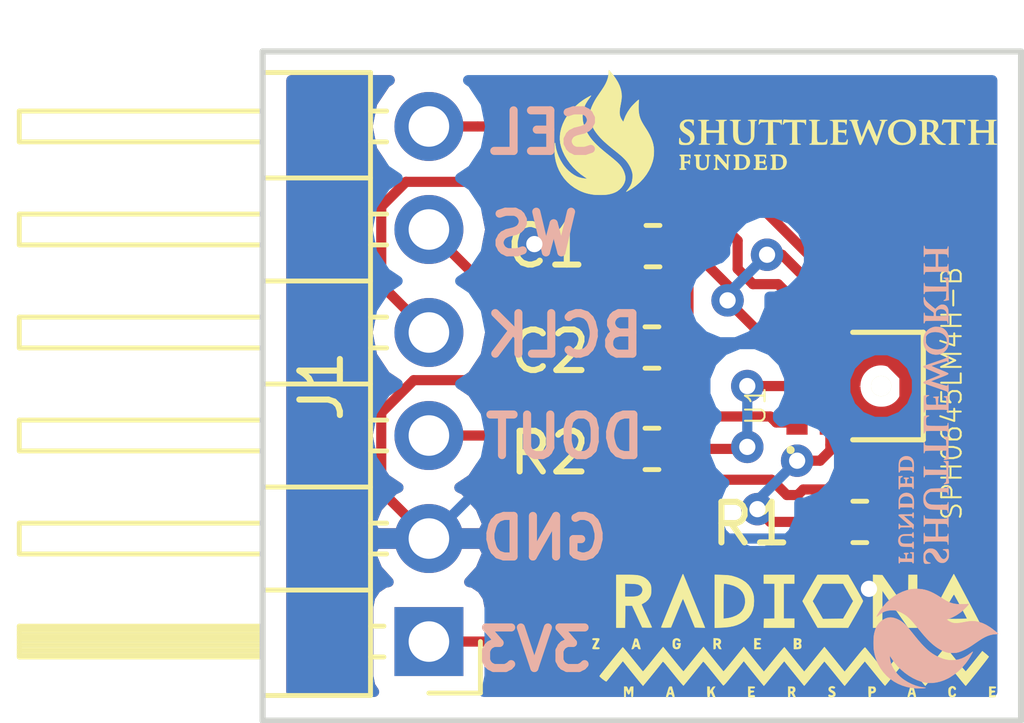
<source format=kicad_pcb>
(kicad_pcb (version 20171130) (host pcbnew 5.0.1+dfsg1-3~bpo9+1)
  (layers (0 F.Cu signal) (31 B.Cu signal) (34 B.Paste user) (35 F.Paste user) (36 B.SilkS user) (37 F.SilkS user) (38 B.Mask user) (39 F.Mask user hide) (44 Edge.Cuts user))
  (net 0 "")
  (net 1 3V3)
  (net 2 GND)
  (net 3 SELECT)
  (net 4 WS)
  (net 5 BCLK)
  (net 6 DOUT)
  (net 7 DOUT_MIC)
  (module Capacitor_SMD:C_0603_1608Metric_Pad1.05x0.95mm_HandSolder (layer F.Cu) (at 161.925 83.3 180)
    (fp_text reference C1 (at 2.625 0 180) (layer F.SilkS))
    (fp_text value 100nF)
    (pad 1 smd roundrect (at -0.875 0 180) (size 1.05 0.95) (layers F.Cu F.Paste F.Mask) (net 1 3V3))
    (pad 2 smd roundrect (at 0.875 0 180) (size 1.05 0.95) (layers F.Cu F.Paste F.Mask) (net 2 GND))
  )
  (module Capacitor_SMD:C_0603_1608Metric_Pad1.05x0.95mm_HandSolder (layer F.Cu) (at 161.9 85.8 180)
    (fp_text reference C2 (at 2.525 -0.1 180) (layer F.SilkS))
    (fp_text value 220pF)
    (pad 2 smd roundrect (at 0.875 0 180) (size 1.05 0.95) (layers F.Cu F.Paste F.Mask) (net 2 GND))
    (pad 1 smd roundrect (at -0.875 0 180) (size 1.05 0.95) (layers F.Cu F.Paste F.Mask) (net 1 3V3))
  )
  (module Resistor_SMD:R_0603_1608Metric_Pad1.05x0.95mm_HandSolder (layer F.Cu) (at 167.025 90.1)
    (fp_text reference R1 (at -2.675 0.05) (layer F.SilkS))
    (fp_text value 1K)
    (pad 2 smd roundrect (at 0.875 0) (size 1.05 0.95) (layers F.Cu F.Paste F.Mask) (net 2 GND))
    (pad 1 smd roundrect (at -0.875 0) (size 1.05 0.95) (layers F.Cu F.Paste F.Mask) (net 3 SELECT))
  )
  (module Resistor_SMD:R_0603_1608Metric_Pad1.05x0.95mm_HandSolder (layer F.Cu) (at 161.9 88.3 180)
    (fp_text reference R2 (at 2.525 -0.1 180) (layer F.SilkS))
    (fp_text value 68R)
    (pad 1 smd roundrect (at -0.875 0 180) (size 1.05 0.95) (layers F.Cu F.Paste F.Mask) (net 7 DOUT_MIC))
    (pad 2 smd roundrect (at 0.875 0 180) (size 1.05 0.95) (layers F.Cu F.Paste F.Mask) (net 6 DOUT))
  )
  (module SPH0645LM4H-B:MIC_SPH0645LM4H-B (layer F.Cu) (at 167.55 86.75 90)
    (fp_text reference U1 (at -0.48826 -3.09539 90) (layer F.SilkS) (effects (font (size 0.482429 0.482429) (thickness 0.05))))
    (fp_text value SPH0645LM4H-B (at -0.181738 1.7423 90) (layer F.SilkS) (effects (font (size 0.481966 0.481966) (thickness 0.05))))
    (fp_poly (pts (xy -0.01 -0.51) (xy -0.01 -0.81) (xy -0.035814 -0.810016) (xy -0.077393 -0.807837) (xy -0.118801 -0.803485) (xy -0.159925 -0.796972) (xy -0.200652 -0.788315) (xy -0.240869 -0.777539) (xy -0.280468 -0.764673) (xy -0.319339 -0.749752) (xy -0.357376 -0.732817) (xy -0.394475 -0.713915) (xy -0.430533 -0.693097) (xy -0.465452 -0.67042) (xy -0.499137 -0.645947) (xy -0.531495 -0.619745) (xy -0.562437 -0.591885) (xy -0.591878 -0.562444) (xy -0.619739 -0.531502) (xy -0.645942 -0.499145) (xy -0.670415 -0.46546) (xy -0.693092 -0.430541) (xy -0.713911 -0.394483) (xy -0.732813 -0.357385) (xy -0.749749 -0.319348) (xy -0.76467 -0.280477) (xy -0.777537 -0.240879) (xy -0.788313 -0.200661) (xy -0.79697 -0.159934) (xy -0.803484 -0.118811) (xy -0.807836 -0.077402) (xy -0.810015 -0.035823) (xy -0.81 -0.02) (xy -0.81 0.001729) (xy -0.807725 0.045138) (xy -0.803182 0.088369) (xy -0.796382 0.131302) (xy -0.787345 0.173821) (xy -0.776094 0.215809) (xy -0.762662 0.25715) (xy -0.747085 0.297731) (xy -0.729405 0.337442) (xy -0.70967 0.376173) (xy -0.687936 0.413818) (xy -0.664262 0.450274) (xy -0.638712 0.485441) (xy -0.611356 0.519223) (xy -0.58227 0.551526) (xy -0.551534 0.582264) (xy -0.51923 0.61135) (xy -0.485449 0.638706) (xy -0.450282 0.664256) (xy -0.413827 0.687931) (xy -0.376182 0.709666) (xy -0.337451 0.7294) (xy -0.297741 0.747081) (xy -0.257159 0.762659) (xy -0.215818 0.776092) (xy -0.173831 0.787342) (xy -0.131312 0.79638) (xy -0.088379 0.803181) (xy -0.045148 0.807725) (xy -0.001739 0.81) (xy 0.02 0.81) (xy 0.03 0.81) (xy 0.05042 0.81) (xy 0.091214 0.807862) (xy 0.131841 0.803593) (xy 0.172188 0.797202) (xy 0.212145 0.788709) (xy 0.251603 0.778137) (xy 0.290454 0.765514) (xy 0.328591 0.750875) (xy 0.36591 0.73426) (xy 0.402307 0.715714) (xy 0.437685 0.69529) (xy 0.471944 0.673041) (xy 0.504993 0.64903) (xy 0.536739 0.623323) (xy 0.567097 0.595989) (xy 0.595983 0.567104) (xy 0.623317 0.536747) (xy 0.649025 0.505) (xy 0.673036 0.471952) (xy 0.695285 0.437692) (xy 0.71571 0.402315) (xy 0.734256 0.365918) (xy 0.750871 0.3286) (xy 0.765511 0.290463) (xy 0.778134 0.251612) (xy 0.788707 0.212154) (xy 0.797201 0.172197) (xy 0.803591 0.13185) (xy 0.807862 0.091224) (xy 0.81 0.05043) (xy 0.81 0.03) (xy 0.81 0) (xy 0.81 -0.021206) (xy 0.80778 -0.063569) (xy 0.803346 -0.105758) (xy 0.79671 -0.147657) (xy 0.787891 -0.189151) (xy 0.776911 -0.230127) (xy 0.763803 -0.270472) (xy 0.748601 -0.310075) (xy 0.731347 -0.348829) (xy 0.712088 -0.386627) (xy 0.690878 -0.423365) (xy 0.667774 -0.458942) (xy 0.642839 -0.493262) (xy 0.616143 -0.526229) (xy 0.587758 -0.557755) (xy 0.557762 -0.587751) (xy 0.526237 -0.616137) (xy 0.49327 -0.642833) (xy 0.45895 -0.667768) (xy 0.423373 -0.690873) (xy 0.386635 -0.712083) (xy 0.348838 -0.731342) (xy 0.310084 -0.748597) (xy 0.270481 -0.7638) (xy 0.230136 -0.776909) (xy 0.18916 -0.787888) (xy 0.147666 -0.796708) (xy 0.105767 -0.803345) (xy 0.063578 -0.807779) (xy 0.021215 -0.81) (xy 0 -0.81) (xy 0 -0.51) (xy 0.009406 -0.510179) (xy 0.035839 -0.509256) (xy 0.062187 -0.506951) (xy 0.088379 -0.50327) (xy 0.114342 -0.498223) (xy 0.140005 -0.491825) (xy 0.165299 -0.484092) (xy 0.190153 -0.475046) (xy 0.214499 -0.464712) (xy 0.238272 -0.453117) (xy 0.261405 -0.440295) (xy 0.283835 -0.426279) (xy 0.305501 -0.411109) (xy 0.326343 -0.394825) (xy 0.346304 -0.377473) (xy 0.36533 -0.3591) (xy 0.383369 -0.339756) (xy 0.40037 -0.319495) (xy 0.416288 -0.298372) (xy 0.431078 -0.276445) (xy 0.4447 -0.253774) (xy 0.457118 -0.230421) (xy 0.468296 -0.20645) (xy 0.478204 -0.181927) (xy 0.486815 -0.156919) (xy 0.494105 -0.131494) (xy 0.500055 -0.105723) (xy 0.504648 -0.079676) (xy 0.507872 -0.053424) (xy 0.509717 -0.027039) (xy 0.51 -0.01) (xy 0.51 0.003614) (xy 0.508575 0.03081) (xy 0.505728 0.057894) (xy 0.501468 0.084792) (xy 0.495806 0.11143) (xy 0.488758 0.137736) (xy 0.480343 0.163636) (xy 0.470583 0.189061) (xy 0.459507 0.21394) (xy 0.447143 0.238205) (xy 0.433526 0.26179) (xy 0.418694 0.28463) (xy 0.402687 0.306662) (xy 0.385549 0.327826) (xy 0.367326 0.348065) (xy 0.348069 0.367322) (xy 0.327831 0.385545) (xy 0.306667 0.402683) (xy 0.284635 0.418691) (xy 0.261795 0.433523) (xy 0.23821 0.44714) (xy 0.213945 0.459504) (xy 0.189066 0.470581) (xy 0.163642 0.48034) (xy 0.137742 0.488756) (xy 0.111436 0.495805) (xy 0.084798 0.501467) (xy 0.0579 0.505728) (xy 0.030816 0.508574) (xy 0.00362 0.51) (xy -0.01 0.51) (xy -0.02 0.51) (xy -0.032828 0.51) (xy -0.058455 0.508657) (xy -0.083977 0.505975) (xy -0.109323 0.501961) (xy -0.134425 0.496625) (xy -0.159212 0.489983) (xy -0.183619 0.482054) (xy -0.207576 0.472857) (xy -0.23102 0.46242) (xy -0.253885 0.450769) (xy -0.27611 0.437938) (xy -0.297632 0.423962) (xy -0.318393 0.408878) (xy -0.338336 0.392728) (xy -0.357407 0.375557) (xy -0.375553 0.357411) (xy -0.392725 0.338341) (xy -0.408875 0.318398) (xy -0.423959 0.297637) (xy -0.437935 0.276115) (xy -0.450767 0.25389) (xy -0.462417 0.231025) (xy -0.472855 0.207582) (xy -0.482052 0.183624) (xy -0.489982 0.159218) (xy -0.496624 0.13443) (xy -0.501959 0.109329) (xy -0.505974 0.083983) (xy -0.508657 0.058461) (xy -0.51 0.032834) (xy -0.51 0.02) (xy -0.51 -0.01) (xy -0.51 -0.02309) (xy -0.50863 -0.04924) (xy -0.505893 -0.075283) (xy -0.501796 -0.101146) (xy -0.496352 -0.12676) (xy -0.489575 -0.152053) (xy -0.481483 -0.176958) (xy -0.472099 -0.201405) (xy -0.461449 -0.225327) (xy -0.449561 -0.248658) (xy -0.436468 -0.271336) (xy -0.422206 -0.293298) (xy -0.406814 -0.314483) (xy -0.390335 -0.334833) (xy -0.372814 -0.354293) (xy -0.354297 -0.372809) (xy -0.334838 -0.390331) (xy -0.314487 -0.406811) (xy -0.293303 -0.422203) (xy -0.271341 -0.436465) (xy -0.248664 -0.449558) (xy -0.225332 -0.461446) (xy -0.20141 -0.472097) (xy -0.176963 -0.481481) (xy -0.152059 -0.489573) (xy -0.126766 -0.496351) (xy -0.101152 -0.501795) (xy -0.075288 -0.505892) (xy -0.049246 -0.508629) (xy -0.023096 -0.51)) (layer F.Cu) (width 0.001))
    (pad 2 smd rect (at -0.9 -1.252 90) (size 0.6 0.522) (layers F.Cu F.Paste F.Mask) (net 3 SELECT))
    (pad 1 smd rect (at -0.9 -2.074 90) (size 0.6 0.522) (layers F.Cu F.Paste F.Mask) (net 4 WS))
    (pad 6 smd rect (at 0 -2.074 90) (size 0.6 0.522) (layers F.Cu F.Paste F.Mask) (net 7 DOUT_MIC))
    (pad 5 smd rect (at 0.9 -2.074 90) (size 0.6 0.522) (layers F.Cu F.Paste F.Mask) (net 1 3V3))
    (pad 4 smd rect (at 0.9 -1.252 90) (size 0.6 0.522) (layers F.Cu F.Paste F.Mask) (net 5 BCLK))
    (pad 3 smd rect (at 0.65 -0.02 90) (size 0.1 0.1) (layers F.Cu F.Paste F.Mask) (net 2 GND))
    (pad Hole np_thru_hole circle (at 0 0 90) (size 0.5 0.5) (drill 0.5) (layers *.Cu *.Mask F.SilkS))
  )
  (module Connector_PinHeader_2.54mm:PinHeader_1x06_P2.54mm_Horizontal (layer F.Cu) (at 156.4 93.05 180)
    (fp_text reference J1 (at 2.65 6.3 270) (layer F.SilkS))
    (fp_text value I2S_PMOD)
    (pad 1 thru_hole rect (at 0 0 180) (size 1.7 1.7) (drill 1) (layers *.Cu *.Mask) (net 1 3V3))
    (pad 2 thru_hole oval (at 0 2.54 180) (size 1.7 1.7) (drill 1) (layers *.Cu *.Mask) (net 2 GND))
    (pad 3 thru_hole oval (at 0 5.08 180) (size 1.7 1.7) (drill 1) (layers *.Cu *.Mask) (net 6 DOUT))
    (pad 4 thru_hole oval (at 0 7.62 180) (size 1.7 1.7) (drill 1) (layers *.Cu *.Mask) (net 5 BCLK))
    (pad 5 thru_hole oval (at 0 10.16 180) (size 1.7 1.7) (drill 1) (layers *.Cu *.Mask) (net 4 WS))
    (pad 6 thru_hole oval (at 0 12.7 180) (size 1.7 1.7) (drill 1) (layers *.Cu *.Mask) (net 3 SELECT))
  )
  (module parts:radiona-10mm (layer F.Cu) (at 165.4 92.9)
    (fp_text reference G*** hide)
    (fp_text value LOGO hide)
  )
  (module parts:shutleworth-12mm (layer F.Cu) (at 164.9 80.5)
    (fp_text reference G*** hide)
    (fp_text value LOGO hide)
  )
  (module parts:shutleworth-12mm (layer B.Cu) (at 168.9 88.8 90)
    (fp_text reference G*** hide)
    (fp_text value LOGO hide)
  )
  (gr_text SEL (at 159.25 80.5) (layer B.SilkS) (effects (font (size 1 1) (thickness 0.2)) (justify mirror)))
  (gr_text WS (at 159 83) (layer B.SilkS) (effects (font (size 1 1) (thickness 0.2)) (justify mirror)))
  (gr_text BCLK (at 159.75 85.5) (layer B.SilkS) (effects (font (size 1 1) (thickness 0.2)) (justify mirror)))
  (gr_text DOUT (at 159.75 88) (layer B.SilkS) (effects (font (size 1 1) (thickness 0.2)) (justify mirror)))
  (gr_text GND (at 159.25 90.5) (layer B.SilkS) (effects (font (size 1 1) (thickness 0.2)) (justify mirror)))
  (gr_text 3V3 (at 159 93.25) (layer B.SilkS) (effects (font (size 1 1) (thickness 0.2)) (justify mirror)))
  (gr_line (start 152.3 95) (end 152.3 78.5) (layer Edge.Cuts) (width 0.15))
  (gr_line (start 171 95) (end 152.3 95) (layer Edge.Cuts) (width 0.15))
  (gr_line (start 171 78.5) (end 171 95) (layer Edge.Cuts) (width 0.15))
  (gr_line (start 152.3 78.5) (end 171 78.5) (layer Edge.Cuts) (width 0.15))
  (segment (start 162.8 85.775) (end 162.775 85.8) (width 0.25) (layer F.Cu) (net 1))
  (segment (start 162.8 83.3) (end 162.8 85.775) (width 0.25) (layer F.Cu) (net 1))
  (via (at 164.73734 83.51266) (size 0.8) (drill 0.4) (layers F.Cu B.Cu) (net 1))
  (via (at 163.763747 84.637389) (size 0.8) (drill 0.4) (layers F.Cu B.Cu) (net 1))
  (segment (start 163.763747 84.486253) (end 163.763747 84.637389) (width 0.25) (layer B.Cu) (net 1))
  (segment (start 165.476 85.85) (end 164.965 85.85) (width 0.25) (layer F.Cu) (net 1))
  (segment (start 164.965 85.85) (end 163.763747 84.648747) (width 0.25) (layer F.Cu) (net 1))
  (segment (start 163.763747 84.648747) (end 163.763747 84.637389) (width 0.25) (layer F.Cu) (net 1))
  (segment (start 164.73734 83.51266) (end 163.763747 84.486253) (width 0.25) (layer B.Cu) (net 1))
  (segment (start 163.763747 84.263747) (end 163.763747 84.637389) (width 0.25) (layer F.Cu) (net 1))
  (segment (start 162.8 83.3) (end 163.763747 84.263747) (width 0.25) (layer F.Cu) (net 1))
  (segment (start 166.225001 89.29999) (end 166.884001 88.64099) (width 0.25) (layer F.Cu) (net 1))
  (segment (start 156.4 93.05) (end 159.34551 93.05) (width 0.25) (layer F.Cu) (net 1))
  (segment (start 163.335521 89.059989) (end 164.848001 89.059989) (width 0.25) (layer F.Cu) (net 1))
  (segment (start 165.492501 89.436989) (end 165.6295 89.29999) (width 0.25) (layer F.Cu) (net 1))
  (segment (start 165.6295 89.29999) (end 166.225001 89.29999) (width 0.25) (layer F.Cu) (net 1))
  (segment (start 166.884001 85.289999) (end 165.106662 83.51266) (width 0.25) (layer F.Cu) (net 1))
  (segment (start 164.848001 89.059989) (end 165.225001 89.436989) (width 0.25) (layer F.Cu) (net 1))
  (segment (start 165.106662 83.51266) (end 164.73734 83.51266) (width 0.25) (layer F.Cu) (net 1))
  (segment (start 165.225001 89.436989) (end 165.492501 89.436989) (width 0.25) (layer F.Cu) (net 1))
  (segment (start 166.884001 88.64099) (end 166.884001 85.289999) (width 0.25) (layer F.Cu) (net 1))
  (segment (start 159.34551 93.05) (end 163.335521 89.059989) (width 0.25) (layer F.Cu) (net 1))
  (segment (start 160.525928 86.299072) (end 161.025 85.8) (width 0.25) (layer F.Cu) (net 2))
  (segment (start 160.219999 86.605001) (end 160.525928 86.299072) (width 0.25) (layer F.Cu) (net 2))
  (segment (start 155.224999 87.405999) (end 156.025997 86.605001) (width 0.25) (layer F.Cu) (net 2))
  (segment (start 156.025997 86.605001) (end 160.219999 86.605001) (width 0.25) (layer F.Cu) (net 2))
  (segment (start 155.224999 89.334999) (end 155.224999 87.405999) (width 0.25) (layer F.Cu) (net 2))
  (segment (start 156.4 90.51) (end 155.224999 89.334999) (width 0.25) (layer F.Cu) (net 2))
  (segment (start 167.9 90.1) (end 167.9 89.525) (width 0.25) (layer F.Cu) (net 2))
  (segment (start 168.125001 89.299999) (end 168.125001 86.511411) (width 0.25) (layer F.Cu) (net 2))
  (segment (start 168.125001 86.511411) (end 167.71359 86.1) (width 0.25) (layer F.Cu) (net 2))
  (segment (start 167.71359 86.1) (end 167.53 86.1) (width 0.25) (layer F.Cu) (net 2))
  (segment (start 167.9 89.525) (end 168.125001 89.299999) (width 0.25) (layer F.Cu) (net 2))
  (via (at 159 83.25) (size 0.8) (drill 0.4) (layers F.Cu B.Cu) (net 2))
  (segment (start 159.05 83.3) (end 159 83.25) (width 0.25) (layer F.Cu) (net 2))
  (segment (start 161.05 83.3) (end 159.05 83.3) (width 0.25) (layer F.Cu) (net 2))
  (segment (start 159 87.91) (end 156.4 90.51) (width 0.25) (layer B.Cu) (net 2))
  (segment (start 159 83.25) (end 159 87.91) (width 0.25) (layer B.Cu) (net 2))
  (via (at 167.25 91.75) (size 0.8) (drill 0.4) (layers F.Cu B.Cu) (net 2))
  (segment (start 167.9 91.1) (end 167.25 91.75) (width 0.25) (layer F.Cu) (net 2))
  (segment (start 167.9 90.1) (end 167.9 91.1) (width 0.25) (layer F.Cu) (net 2))
  (segment (start 166.01 90.51) (end 156.4 90.51) (width 0.25) (layer B.Cu) (net 2))
  (segment (start 167.25 91.75) (end 166.01 90.51) (width 0.25) (layer B.Cu) (net 2))
  (via (at 165.479071 88.590754) (size 0.8) (drill 0.4) (layers F.Cu B.Cu) (net 3))
  (segment (start 166.298 88.2) (end 166.298 87.65) (width 0.25) (layer F.Cu) (net 3))
  (segment (start 166.298 88.33751) (end 166.298 88.2) (width 0.25) (layer F.Cu) (net 3))
  (segment (start 166.044756 88.590754) (end 166.298 88.33751) (width 0.25) (layer F.Cu) (net 3))
  (segment (start 165.479071 88.590754) (end 166.044756 88.590754) (width 0.25) (layer F.Cu) (net 3))
  (segment (start 166.15 90.1) (end 166.15 91.723004) (width 0.25) (layer F.Cu) (net 3))
  (segment (start 168.75001 86.50001) (end 162.6 80.35) (width 0.25) (layer F.Cu) (net 3))
  (segment (start 162.6 80.35) (end 157.602081 80.35) (width 0.25) (layer F.Cu) (net 3))
  (segment (start 168.75001 91.822994) (end 168.75001 86.50001) (width 0.25) (layer F.Cu) (net 3))
  (segment (start 166.901998 92.475002) (end 168.098002 92.475002) (width 0.25) (layer F.Cu) (net 3))
  (segment (start 157.602081 80.35) (end 156.4 80.35) (width 0.25) (layer F.Cu) (net 3))
  (segment (start 166.15 91.723004) (end 166.901998 92.475002) (width 0.25) (layer F.Cu) (net 3))
  (segment (start 168.098002 92.475002) (end 168.75001 91.822994) (width 0.25) (layer F.Cu) (net 3))
  (via (at 164.5 89.78499) (size 0.8) (drill 0.4) (layers F.Cu B.Cu) (net 3))
  (segment (start 165.479071 88.590754) (end 164.5 89.569825) (width 0.25) (layer B.Cu) (net 3))
  (segment (start 166.15 90.1) (end 164.81501 90.1) (width 0.25) (layer F.Cu) (net 3))
  (segment (start 164.5 89.569825) (end 164.5 89.78499) (width 0.25) (layer B.Cu) (net 3))
  (segment (start 164.81501 90.1) (end 164.5 89.78499) (width 0.25) (layer F.Cu) (net 3))
  (segment (start 163.15448 87.49999) (end 164.81499 87.49999) (width 0.25) (layer F.Cu) (net 4))
  (segment (start 164.965 87.65) (end 165.476 87.65) (width 0.25) (layer F.Cu) (net 4))
  (segment (start 161.87501 86.22052) (end 163.15448 87.49999) (width 0.25) (layer F.Cu) (net 4))
  (segment (start 164.81499 87.49999) (end 164.965 87.65) (width 0.25) (layer F.Cu) (net 4))
  (segment (start 161.87501 85.3295) (end 161.87501 86.22052) (width 0.25) (layer F.Cu) (net 4))
  (segment (start 161.5455 84.99999) (end 161.87501 85.3295) (width 0.25) (layer F.Cu) (net 4))
  (segment (start 158.50999 84.99999) (end 161.5455 84.99999) (width 0.25) (layer F.Cu) (net 4))
  (segment (start 156.4 82.89) (end 158.50999 84.99999) (width 0.25) (layer F.Cu) (net 4))
  (segment (start 156.4 85.43) (end 155.224999 84.254999) (width 0.25) (layer F.Cu) (net 5))
  (segment (start 162.562679 81.714999) (end 164.012339 83.164659) (width 0.25) (layer F.Cu) (net 5))
  (segment (start 164.389339 84.237661) (end 165.009663 84.237661) (width 0.25) (layer F.Cu) (net 5))
  (segment (start 166.298 85.525998) (end 166.298 85.85) (width 0.25) (layer F.Cu) (net 5))
  (segment (start 164.012339 83.164659) (end 164.012339 83.860661) (width 0.25) (layer F.Cu) (net 5))
  (segment (start 155.835999 81.714999) (end 162.562679 81.714999) (width 0.25) (layer F.Cu) (net 5))
  (segment (start 155.224999 82.325999) (end 155.835999 81.714999) (width 0.25) (layer F.Cu) (net 5))
  (segment (start 165.009663 84.237661) (end 166.298 85.525998) (width 0.25) (layer F.Cu) (net 5))
  (segment (start 155.224999 84.254999) (end 155.224999 82.325999) (width 0.25) (layer F.Cu) (net 5))
  (segment (start 164.012339 83.860661) (end 164.389339 84.237661) (width 0.25) (layer F.Cu) (net 5))
  (segment (start 160.695 87.97) (end 161.025 88.3) (width 0.25) (layer F.Cu) (net 6))
  (segment (start 156.4 87.97) (end 160.695 87.97) (width 0.25) (layer F.Cu) (net 6))
  (via (at 164.25 88.25) (size 0.8) (drill 0.4) (layers F.Cu B.Cu) (net 7))
  (segment (start 162.775 88.3) (end 164.2 88.3) (width 0.25) (layer F.Cu) (net 7))
  (segment (start 164.2 88.3) (end 164.25 88.25) (width 0.25) (layer F.Cu) (net 7))
  (via (at 164.25 86.75) (size 0.8) (drill 0.4) (layers F.Cu B.Cu) (net 7))
  (segment (start 164.25 88.25) (end 164.25 86.75) (width 0.25) (layer B.Cu) (net 7))
  (segment (start 164.25 86.75) (end 165.476 86.75) (width 0.25) (layer F.Cu) (net 7))
  (zone (net 2) (net_name GND) (layer F.Cu) (connect_pads (clearance 0.508)) (min_thickness 0.254) (fill yes (arc_segments 16) (thermal_gap 0.508) (thermal_bridge_width 0.508))
    (polygon (pts (xy 152.25 78.5) (xy 171 78.5) (xy 171 95) (xy 152.25 95)))
  )
  (zone (net 2) (net_name GND) (layer B.Cu) (connect_pads (clearance 0.508)) (min_thickness 0.254) (fill yes (arc_segments 16) (thermal_gap 0.508) (thermal_bridge_width 0.508))
    (polygon (pts (xy 152.25 78.5) (xy 171 78.5) (xy 171 95) (xy 152.25 95)))
  )
)
</source>
